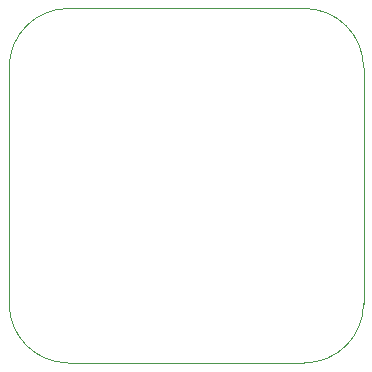
<source format=gbr>
G04 #@! TF.GenerationSoftware,KiCad,Pcbnew,(5.1.2)-1*
G04 #@! TF.CreationDate,2019-06-19T11:16:05+10:00*
G04 #@! TF.ProjectId,Ecal,4563616c-2e6b-4696-9361-645f70636258,rev?*
G04 #@! TF.SameCoordinates,Original*
G04 #@! TF.FileFunction,Profile,NP*
%FSLAX46Y46*%
G04 Gerber Fmt 4.6, Leading zero omitted, Abs format (unit mm)*
G04 Created by KiCad (PCBNEW (5.1.2)-1) date 2019-06-19 11:16:05*
%MOMM*%
%LPD*%
G04 APERTURE LIST*
%ADD10C,0.050000*%
G04 APERTURE END LIST*
D10*
X85000000Y-130000000D02*
X85000000Y-110000000D01*
X90000000Y-135000000D02*
G75*
G02X85000000Y-130000000I0J5000000D01*
G01*
X110000000Y-135000000D02*
X90000000Y-135000000D01*
X115000000Y-130000000D02*
G75*
G02X110000000Y-135000000I-5000000J0D01*
G01*
X90000000Y-105000000D02*
X110000000Y-105000000D01*
X85000000Y-110000000D02*
G75*
G02X90000000Y-105000000I5000000J0D01*
G01*
X115000000Y-110000000D02*
X115000000Y-130000000D01*
X110000000Y-105000000D02*
G75*
G02X115000000Y-110000000I0J-5000000D01*
G01*
M02*

</source>
